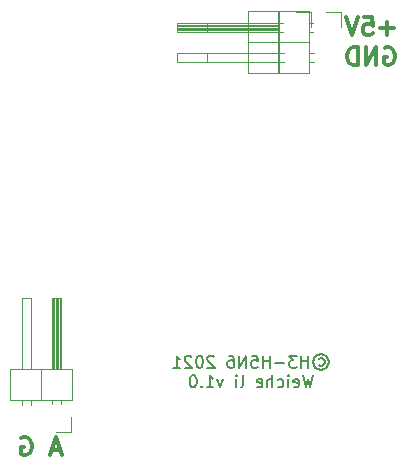
<source format=gbo>
G04 #@! TF.GenerationSoftware,KiCad,Pcbnew,5.1.10*
G04 #@! TF.CreationDate,2021-05-04T21:09:51+02:00*
G04 #@! TF.ProjectId,Weichensimulator-links,57656963-6865-46e7-9369-6d756c61746f,rev?*
G04 #@! TF.SameCoordinates,Original*
G04 #@! TF.FileFunction,Legend,Bot*
G04 #@! TF.FilePolarity,Positive*
%FSLAX46Y46*%
G04 Gerber Fmt 4.6, Leading zero omitted, Abs format (unit mm)*
G04 Created by KiCad (PCBNEW 5.1.10) date 2021-05-04 21:09:51*
%MOMM*%
%LPD*%
G01*
G04 APERTURE LIST*
%ADD10C,0.300000*%
%ADD11C,0.150000*%
%ADD12C,0.120000*%
%ADD13C,3.200000*%
%ADD14C,1.500000*%
%ADD15C,1.800000*%
%ADD16R,1.800000X1.800000*%
%ADD17C,0.100000*%
%ADD18O,1.600000X1.600000*%
%ADD19C,1.600000*%
%ADD20O,1.700000X1.700000*%
%ADD21R,1.700000X1.700000*%
G04 APERTURE END LIST*
D10*
X119737142Y-124710000D02*
X119022857Y-124710000D01*
X119880000Y-125138571D02*
X119380000Y-123638571D01*
X118880000Y-125138571D01*
X116447142Y-123710000D02*
X116590000Y-123638571D01*
X116804285Y-123638571D01*
X117018571Y-123710000D01*
X117161428Y-123852857D01*
X117232857Y-123995714D01*
X117304285Y-124281428D01*
X117304285Y-124495714D01*
X117232857Y-124781428D01*
X117161428Y-124924285D01*
X117018571Y-125067142D01*
X116804285Y-125138571D01*
X116661428Y-125138571D01*
X116447142Y-125067142D01*
X116375714Y-124995714D01*
X116375714Y-124495714D01*
X116661428Y-124495714D01*
X147192857Y-90690000D02*
X147335714Y-90618571D01*
X147550000Y-90618571D01*
X147764285Y-90690000D01*
X147907142Y-90832857D01*
X147978571Y-90975714D01*
X148050000Y-91261428D01*
X148050000Y-91475714D01*
X147978571Y-91761428D01*
X147907142Y-91904285D01*
X147764285Y-92047142D01*
X147550000Y-92118571D01*
X147407142Y-92118571D01*
X147192857Y-92047142D01*
X147121428Y-91975714D01*
X147121428Y-91475714D01*
X147407142Y-91475714D01*
X146478571Y-92118571D02*
X146478571Y-90618571D01*
X145621428Y-92118571D01*
X145621428Y-90618571D01*
X144907142Y-92118571D02*
X144907142Y-90618571D01*
X144550000Y-90618571D01*
X144335714Y-90690000D01*
X144192857Y-90832857D01*
X144121428Y-90975714D01*
X144050000Y-91261428D01*
X144050000Y-91475714D01*
X144121428Y-91761428D01*
X144192857Y-91904285D01*
X144335714Y-92047142D01*
X144550000Y-92118571D01*
X144907142Y-92118571D01*
X147978571Y-89007142D02*
X146835714Y-89007142D01*
X147407142Y-89578571D02*
X147407142Y-88435714D01*
X145407142Y-88078571D02*
X146121428Y-88078571D01*
X146192857Y-88792857D01*
X146121428Y-88721428D01*
X145978571Y-88650000D01*
X145621428Y-88650000D01*
X145478571Y-88721428D01*
X145407142Y-88792857D01*
X145335714Y-88935714D01*
X145335714Y-89292857D01*
X145407142Y-89435714D01*
X145478571Y-89507142D01*
X145621428Y-89578571D01*
X145978571Y-89578571D01*
X146121428Y-89507142D01*
X146192857Y-89435714D01*
X144907142Y-88078571D02*
X144407142Y-89578571D01*
X143907142Y-88078571D01*
D11*
X141604285Y-116975476D02*
X141699523Y-116927857D01*
X141890000Y-116927857D01*
X141985238Y-116975476D01*
X142080476Y-117070714D01*
X142128095Y-117165952D01*
X142128095Y-117356428D01*
X142080476Y-117451666D01*
X141985238Y-117546904D01*
X141890000Y-117594523D01*
X141699523Y-117594523D01*
X141604285Y-117546904D01*
X141794761Y-116594523D02*
X142032857Y-116642142D01*
X142270952Y-116785000D01*
X142413809Y-117023095D01*
X142461428Y-117261190D01*
X142413809Y-117499285D01*
X142270952Y-117737380D01*
X142032857Y-117880238D01*
X141794761Y-117927857D01*
X141556666Y-117880238D01*
X141318571Y-117737380D01*
X141175714Y-117499285D01*
X141128095Y-117261190D01*
X141175714Y-117023095D01*
X141318571Y-116785000D01*
X141556666Y-116642142D01*
X141794761Y-116594523D01*
X140699523Y-117737380D02*
X140699523Y-116737380D01*
X140699523Y-117213571D02*
X140128095Y-117213571D01*
X140128095Y-117737380D02*
X140128095Y-116737380D01*
X139747142Y-116737380D02*
X139128095Y-116737380D01*
X139461428Y-117118333D01*
X139318571Y-117118333D01*
X139223333Y-117165952D01*
X139175714Y-117213571D01*
X139128095Y-117308809D01*
X139128095Y-117546904D01*
X139175714Y-117642142D01*
X139223333Y-117689761D01*
X139318571Y-117737380D01*
X139604285Y-117737380D01*
X139699523Y-117689761D01*
X139747142Y-117642142D01*
X138699523Y-117356428D02*
X137937619Y-117356428D01*
X137461428Y-117737380D02*
X137461428Y-116737380D01*
X137461428Y-117213571D02*
X136890000Y-117213571D01*
X136890000Y-117737380D02*
X136890000Y-116737380D01*
X135937619Y-116737380D02*
X136413809Y-116737380D01*
X136461428Y-117213571D01*
X136413809Y-117165952D01*
X136318571Y-117118333D01*
X136080476Y-117118333D01*
X135985238Y-117165952D01*
X135937619Y-117213571D01*
X135890000Y-117308809D01*
X135890000Y-117546904D01*
X135937619Y-117642142D01*
X135985238Y-117689761D01*
X136080476Y-117737380D01*
X136318571Y-117737380D01*
X136413809Y-117689761D01*
X136461428Y-117642142D01*
X135461428Y-117737380D02*
X135461428Y-116737380D01*
X134890000Y-117737380D01*
X134890000Y-116737380D01*
X133985238Y-116737380D02*
X134175714Y-116737380D01*
X134270952Y-116785000D01*
X134318571Y-116832619D01*
X134413809Y-116975476D01*
X134461428Y-117165952D01*
X134461428Y-117546904D01*
X134413809Y-117642142D01*
X134366190Y-117689761D01*
X134270952Y-117737380D01*
X134080476Y-117737380D01*
X133985238Y-117689761D01*
X133937619Y-117642142D01*
X133890000Y-117546904D01*
X133890000Y-117308809D01*
X133937619Y-117213571D01*
X133985238Y-117165952D01*
X134080476Y-117118333D01*
X134270952Y-117118333D01*
X134366190Y-117165952D01*
X134413809Y-117213571D01*
X134461428Y-117308809D01*
X132747142Y-116832619D02*
X132699523Y-116785000D01*
X132604285Y-116737380D01*
X132366190Y-116737380D01*
X132270952Y-116785000D01*
X132223333Y-116832619D01*
X132175714Y-116927857D01*
X132175714Y-117023095D01*
X132223333Y-117165952D01*
X132794761Y-117737380D01*
X132175714Y-117737380D01*
X131556666Y-116737380D02*
X131461428Y-116737380D01*
X131366190Y-116785000D01*
X131318571Y-116832619D01*
X131270952Y-116927857D01*
X131223333Y-117118333D01*
X131223333Y-117356428D01*
X131270952Y-117546904D01*
X131318571Y-117642142D01*
X131366190Y-117689761D01*
X131461428Y-117737380D01*
X131556666Y-117737380D01*
X131651904Y-117689761D01*
X131699523Y-117642142D01*
X131747142Y-117546904D01*
X131794761Y-117356428D01*
X131794761Y-117118333D01*
X131747142Y-116927857D01*
X131699523Y-116832619D01*
X131651904Y-116785000D01*
X131556666Y-116737380D01*
X130842380Y-116832619D02*
X130794761Y-116785000D01*
X130699523Y-116737380D01*
X130461428Y-116737380D01*
X130366190Y-116785000D01*
X130318571Y-116832619D01*
X130270952Y-116927857D01*
X130270952Y-117023095D01*
X130318571Y-117165952D01*
X130890000Y-117737380D01*
X130270952Y-117737380D01*
X129318571Y-117737380D02*
X129890000Y-117737380D01*
X129604285Y-117737380D02*
X129604285Y-116737380D01*
X129699523Y-116880238D01*
X129794761Y-116975476D01*
X129890000Y-117023095D01*
X141128095Y-118387380D02*
X140890000Y-119387380D01*
X140699523Y-118673095D01*
X140509047Y-119387380D01*
X140270952Y-118387380D01*
X139509047Y-119339761D02*
X139604285Y-119387380D01*
X139794761Y-119387380D01*
X139890000Y-119339761D01*
X139937619Y-119244523D01*
X139937619Y-118863571D01*
X139890000Y-118768333D01*
X139794761Y-118720714D01*
X139604285Y-118720714D01*
X139509047Y-118768333D01*
X139461428Y-118863571D01*
X139461428Y-118958809D01*
X139937619Y-119054047D01*
X139032857Y-119387380D02*
X139032857Y-118720714D01*
X139032857Y-118387380D02*
X139080476Y-118435000D01*
X139032857Y-118482619D01*
X138985238Y-118435000D01*
X139032857Y-118387380D01*
X139032857Y-118482619D01*
X138128095Y-119339761D02*
X138223333Y-119387380D01*
X138413809Y-119387380D01*
X138509047Y-119339761D01*
X138556666Y-119292142D01*
X138604285Y-119196904D01*
X138604285Y-118911190D01*
X138556666Y-118815952D01*
X138509047Y-118768333D01*
X138413809Y-118720714D01*
X138223333Y-118720714D01*
X138128095Y-118768333D01*
X137699523Y-119387380D02*
X137699523Y-118387380D01*
X137270952Y-119387380D02*
X137270952Y-118863571D01*
X137318571Y-118768333D01*
X137413809Y-118720714D01*
X137556666Y-118720714D01*
X137651904Y-118768333D01*
X137699523Y-118815952D01*
X136413809Y-119339761D02*
X136509047Y-119387380D01*
X136699523Y-119387380D01*
X136794761Y-119339761D01*
X136842380Y-119244523D01*
X136842380Y-118863571D01*
X136794761Y-118768333D01*
X136699523Y-118720714D01*
X136509047Y-118720714D01*
X136413809Y-118768333D01*
X136366190Y-118863571D01*
X136366190Y-118958809D01*
X136842380Y-119054047D01*
X135032857Y-119387380D02*
X135128095Y-119339761D01*
X135175714Y-119244523D01*
X135175714Y-118387380D01*
X134651904Y-119387380D02*
X134651904Y-118720714D01*
X134651904Y-118387380D02*
X134699523Y-118435000D01*
X134651904Y-118482619D01*
X134604285Y-118435000D01*
X134651904Y-118387380D01*
X134651904Y-118482619D01*
X133509047Y-118720714D02*
X133270952Y-119387380D01*
X133032857Y-118720714D01*
X132128095Y-119387380D02*
X132699523Y-119387380D01*
X132413809Y-119387380D02*
X132413809Y-118387380D01*
X132509047Y-118530238D01*
X132604285Y-118625476D01*
X132699523Y-118673095D01*
X131699523Y-119292142D02*
X131651904Y-119339761D01*
X131699523Y-119387380D01*
X131747142Y-119339761D01*
X131699523Y-119292142D01*
X131699523Y-119387380D01*
X131032857Y-118387380D02*
X130937619Y-118387380D01*
X130842380Y-118435000D01*
X130794761Y-118482619D01*
X130747142Y-118577857D01*
X130699523Y-118768333D01*
X130699523Y-119006428D01*
X130747142Y-119196904D01*
X130794761Y-119292142D01*
X130842380Y-119339761D01*
X130937619Y-119387380D01*
X131032857Y-119387380D01*
X131128095Y-119339761D01*
X131175714Y-119292142D01*
X131223333Y-119196904D01*
X131270952Y-119006428D01*
X131270952Y-118768333D01*
X131223333Y-118577857D01*
X131175714Y-118482619D01*
X131128095Y-118435000D01*
X131032857Y-118387380D01*
D12*
X120650000Y-123190000D02*
X120650000Y-121920000D01*
X119380000Y-123190000D02*
X120650000Y-123190000D01*
X116460000Y-120877071D02*
X116460000Y-120480000D01*
X117220000Y-120877071D02*
X117220000Y-120480000D01*
X116460000Y-111820000D02*
X116460000Y-117820000D01*
X117220000Y-111820000D02*
X116460000Y-111820000D01*
X117220000Y-117820000D02*
X117220000Y-111820000D01*
X118110000Y-120480000D02*
X118110000Y-117820000D01*
X119000000Y-120810000D02*
X119000000Y-120480000D01*
X119760000Y-120810000D02*
X119760000Y-120480000D01*
X119100000Y-117820000D02*
X119100000Y-111820000D01*
X119220000Y-117820000D02*
X119220000Y-111820000D01*
X119340000Y-117820000D02*
X119340000Y-111820000D01*
X119460000Y-117820000D02*
X119460000Y-111820000D01*
X119580000Y-117820000D02*
X119580000Y-111820000D01*
X119700000Y-117820000D02*
X119700000Y-111820000D01*
X119000000Y-111820000D02*
X119000000Y-117820000D01*
X119760000Y-111820000D02*
X119000000Y-111820000D01*
X119760000Y-117820000D02*
X119760000Y-111820000D01*
X120710000Y-117820000D02*
X120710000Y-120480000D01*
X115510000Y-117820000D02*
X120710000Y-117820000D01*
X115510000Y-120480000D02*
X115510000Y-117820000D01*
X120710000Y-120480000D02*
X115510000Y-120480000D01*
X138260000Y-87570000D02*
X138260000Y-92770000D01*
X138260000Y-92770000D02*
X135600000Y-92770000D01*
X135600000Y-92770000D02*
X135600000Y-87570000D01*
X135600000Y-87570000D02*
X138260000Y-87570000D01*
X135600000Y-88520000D02*
X129600000Y-88520000D01*
X129600000Y-88520000D02*
X129600000Y-89280000D01*
X129600000Y-89280000D02*
X135600000Y-89280000D01*
X135600000Y-88580000D02*
X129600000Y-88580000D01*
X135600000Y-88700000D02*
X129600000Y-88700000D01*
X135600000Y-88820000D02*
X129600000Y-88820000D01*
X135600000Y-88940000D02*
X129600000Y-88940000D01*
X135600000Y-89060000D02*
X129600000Y-89060000D01*
X135600000Y-89180000D02*
X129600000Y-89180000D01*
X138590000Y-88520000D02*
X138260000Y-88520000D01*
X138590000Y-89280000D02*
X138260000Y-89280000D01*
X138260000Y-90170000D02*
X135600000Y-90170000D01*
X135600000Y-91060000D02*
X129600000Y-91060000D01*
X129600000Y-91060000D02*
X129600000Y-91820000D01*
X129600000Y-91820000D02*
X135600000Y-91820000D01*
X138657071Y-91060000D02*
X138260000Y-91060000D01*
X138657071Y-91820000D02*
X138260000Y-91820000D01*
X140970000Y-88900000D02*
X140970000Y-87630000D01*
X140970000Y-87630000D02*
X139700000Y-87630000D01*
X143510000Y-87630000D02*
X142240000Y-87630000D01*
X143510000Y-88900000D02*
X143510000Y-87630000D01*
X141197071Y-91820000D02*
X140800000Y-91820000D01*
X141197071Y-91060000D02*
X140800000Y-91060000D01*
X132140000Y-91820000D02*
X138140000Y-91820000D01*
X132140000Y-91060000D02*
X132140000Y-91820000D01*
X138140000Y-91060000D02*
X132140000Y-91060000D01*
X140800000Y-90170000D02*
X138140000Y-90170000D01*
X141130000Y-89280000D02*
X140800000Y-89280000D01*
X141130000Y-88520000D02*
X140800000Y-88520000D01*
X138140000Y-89180000D02*
X132140000Y-89180000D01*
X138140000Y-89060000D02*
X132140000Y-89060000D01*
X138140000Y-88940000D02*
X132140000Y-88940000D01*
X138140000Y-88820000D02*
X132140000Y-88820000D01*
X138140000Y-88700000D02*
X132140000Y-88700000D01*
X138140000Y-88580000D02*
X132140000Y-88580000D01*
X132140000Y-89280000D02*
X138140000Y-89280000D01*
X132140000Y-88520000D02*
X132140000Y-89280000D01*
X138140000Y-88520000D02*
X132140000Y-88520000D01*
X138140000Y-87570000D02*
X140800000Y-87570000D01*
X138140000Y-92770000D02*
X138140000Y-87570000D01*
X140800000Y-92770000D02*
X138140000Y-92770000D01*
X140800000Y-87570000D02*
X140800000Y-92770000D01*
%LPC*%
D13*
X123190000Y-97790000D03*
D14*
X125730000Y-121920000D03*
X128270000Y-121920000D03*
X133350000Y-121920000D03*
X138430000Y-121920000D03*
X143510000Y-121920000D03*
X143510000Y-114300000D03*
X138430000Y-114300000D03*
X133350000Y-114300000D03*
X128270000Y-114300000D03*
X125730000Y-114300000D03*
D15*
X121920000Y-106680000D03*
D16*
X124460000Y-106680000D03*
X144780000Y-106680000D03*
D15*
X147320000Y-106680000D03*
X143596051Y-97703949D03*
D17*
G36*
X141800000Y-100772792D02*
G01*
X140527208Y-99500000D01*
X141800000Y-98227208D01*
X143072792Y-99500000D01*
X141800000Y-100772792D01*
G37*
D18*
X135890000Y-99060000D03*
D19*
X128270000Y-99060000D03*
D20*
X116840000Y-121920000D03*
D21*
X119380000Y-121920000D03*
X139700000Y-88900000D03*
D20*
X139700000Y-91440000D03*
X142240000Y-91440000D03*
D21*
X142240000Y-88900000D03*
D13*
X149860000Y-121920000D03*
M02*

</source>
